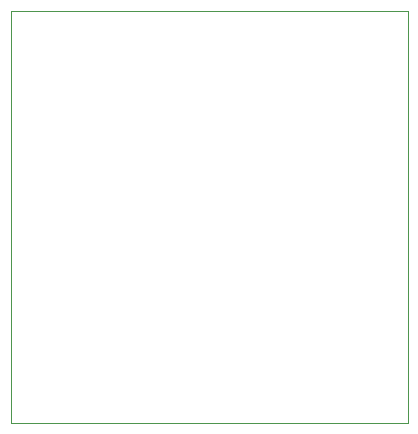
<source format=gbr>
G04 #@! TF.FileFunction,Profile,NP*
%FSLAX46Y46*%
G04 Gerber Fmt 4.6, Leading zero omitted, Abs format (unit mm)*
G04 Created by KiCad (PCBNEW (2015-07-31 BZR 6030)-product) date Fri Sep 11 12:38:58 2015*
%MOMM*%
G01*
G04 APERTURE LIST*
%ADD10C,0.100000*%
G04 APERTURE END LIST*
D10*
X149430000Y-123710000D02*
X149430000Y-88785000D01*
X183085000Y-123710000D02*
X149430000Y-123710000D01*
X183085000Y-88785000D02*
X183085000Y-123710000D01*
X179910000Y-88785000D02*
X183085000Y-88785000D01*
X149430000Y-88785000D02*
X179910000Y-88785000D01*
M02*

</source>
